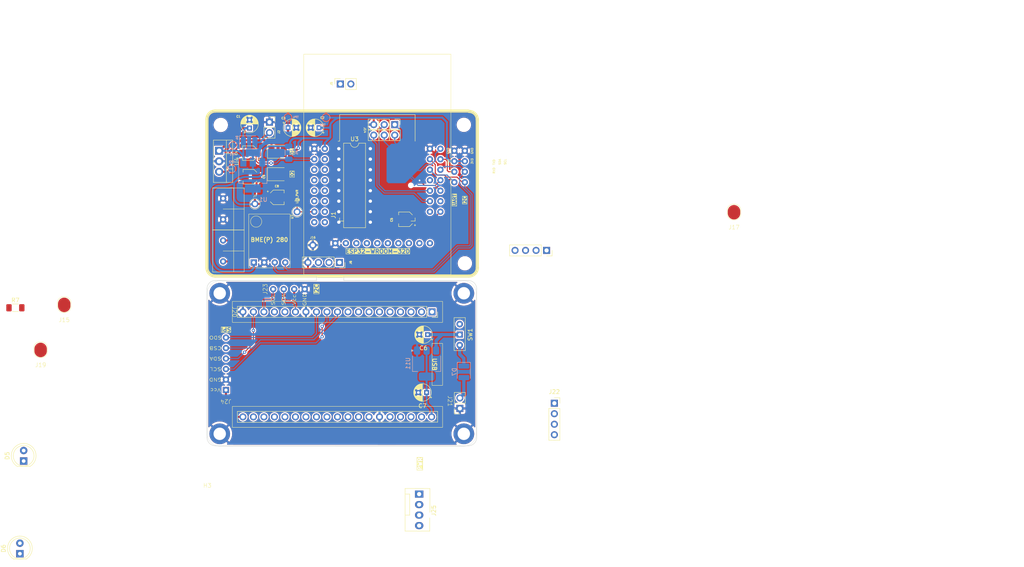
<source format=kicad_pcb>
(kicad_pcb (version 20240108) (generator "pcbnew") (generator_version "8.0")
  (layers (0 "F.Cu" signal) (31 "B.Cu" signal) (34 "B.Paste" user) (35 "F.Paste" user) (36 "B.SilkS" user "B.Silkscreen") (37 "F.SilkS" user "F.Silkscreen") (38 "B.Mask" user) (39 "F.Mask" user) (44 "Edge.Cuts" user))
  (net 0 "")
  (net 1 "GND")
  (net 2 "+3V3")
  (net 3 "+5V")
  (net 4 "/RXD")
  (net 5 "/TXD")
  (net 6 "/SDA")
  (net 7 "/GPIO_33")
  (net 8 "/SCL")
  (net 9 "/OUT3")
  (net 10 "/EN")
  (net 11 "/SOURCE2")
  (net 12 "/SOURCE1")
  (net 13 "/SOURCE3")
  (net 14 "/VDC")
  (net 15 "/DAC1")
  (net 16 "/DAC2")
  (net 17 "/GPIO39")
  (net 18 "/GPIO19")
  (net 19 "/GPIO17")
  (net 20 "/GPIO5")
  (net 21 "/GPIO18")
  (net 22 "/SD_DATA0")
  (net 23 "/ADC2_CH3")
  (net 24 "/SD_DATA3")
  (net 25 "/SD_CMD")
  (net 26 "/SD_CLK")
  (net 27 "/SD_DATA2")
  (net 28 "/SD_DATA1")
  (net 29 "/ADC2_CH0")
  (net 30 "/GPIO23")
  (net 31 "/GPIO36")
  (net 32 "/ADC2_CH2")
  (net 33 "/BOOT")
  (net 34 "/GPIO13")
  (net 35 "/SOURCE4")
  (net 36 "/SOURCE5")
  (net 37 "/SIPO_DATA")
  (net 38 "/SIPO_CLK")
  (net 39 "/SIPO_LATCH")
  (net 40 "/GPIO14")
  (net 41 "/OUT1")
  (net 42 "/VIN")
  (net 43 "Net-(D5-Pad1)")
  (net 44 "Net-(J15-Pin_1)")
  (net 45 "Net-(J19-Pin_1)")
  (net 46 "/OUT2")
  (net 58 "/ESP32-WROOM-32U Node/VIN")
  (net 63 "/ESP32-WROOM-32U Node/VDC")
  (net 74 "/ESP32-WROOM-32U Node/SPI-SDO")
  (net 75 "/ESP32-WROOM-32U Node/TX")
  (net 76 "Net-(D7-A)")
  (net 77 "/ESP32-WROOM-32U Node/SDA-2")
  (net 78 "/ESP32-WROOM-32U Node/SPI-CSB")
  (net 79 "/ESP32-WROOM-32U Node/SPI-SCL")
  (net 80 "/ESP32-WROOM-32U Node/SCL-2")
  (net 81 "/ESP32-WROOM-32U Node/RX")
  (net 82 "/I5")
  (net 83 "/ESP32-WROOM-32U Node/SPI-SDA")
  (net 85 "/ESP32-WROOM-32U Node/12V")
  (net 89 "/I3")
  (net 90 "/I6")
  (net 91 "/I7")
  (net 92 "/I1")
  (footprint "Capacitor_THT:CP_Radial_D4.0mm_P2.00mm" (layer "F.Cu") (at 107 44.2 180)
    (property "Reference" "C2")
    (property "Value" "1uF")
  )
  (footprint "LED_SMD:LED_1210_3225Metric_Pad1.42x2.65mm_HandSolder" (layer "F.Cu") (at 97 55.45)
    (property "Reference" "D2")
    (property "Value" "STATUS")
  )
  (footprint "Alexander Footprint Library:Board_65-40" (layer "F.Cu") (at 80 131.25)
    (property "Reference" "H3")
    (property "Value" "Project_Box_Board_65x40")
    (fp_line (start 0 -13) (end 0 -47) (stroke (width 0.05)) (layer "Edge.Cuts"))
    (fp_line (start 3 -50) (end 62 -50) (stroke (width 0.05)) (layer "Edge.Cuts"))
    (fp_line (start 62 -10) (end 3 -10) (stroke (width 0.05)) (layer "Edge.Cuts"))
    (fp_line (start 65 -47) (end 65 -13) (stroke (width 0.05)) (layer "Edge.Cuts"))
    (fp_arc (start 0 -47) (mid 0.87868 -49.12132) (end 3 -50) (stroke (width 0.05)) (layer "Edge.Cuts"))
    (fp_arc (start 3 -10) (mid 0.87868 -10.87868) (end 0 -13) (stroke (width 0.05)) (layer "Edge.Cuts"))
    (fp_arc (start 62 -50) (mid 64.12132 -49.12132) (end 65 -47) (stroke (width 0.05)) (layer "Edge.Cuts"))
    (fp_arc (start 65 -13) (mid 64.12132 -10.87868) (end 62 -10) (stroke (width 0.05)) (layer "Edge.Cuts"))
  )
  (footprint "Capacitor_SMD:CP_Elec_3x5.3" (layer "F.Cu") (at 90.3 50.35 180)
    (property "Reference" "C4")
    (property "Value" "0.1uF")
  )
  (footprint "Resistor_SMD:R_1206_3216Metric_Pad1.30x1.75mm_HandSolder" (layer "F.Cu") (at 33.612 87.7585)
    (property "Reference" "R7")
    (property "Value" "4K7")
  )
  (footprint "LED_THT:LED_D5.0mm" (layer "F.Cu") (at 34.7 147.25 90)
    (property "Reference" "D6")
    (property "Value" "LED_STATUS")
  )
  (footprint "Connector_PinSocket_2.54mm:PinSocket_1x04_P2.54mm_Vertical" (layer "F.Cu") (at 163.88 110.85)
    (property "Reference" "J22")
    (property "Value" "PWR_SATA_Conn_01x04")
  )
  (footprint "Alexander Footprint Library:Pad_1x01_P2.54_SMD" (layer "F.Cu") (at 39.712 102.098)
    (property "Reference" "J19")
    (property "Value" "LED_PWR")
  )
  (footprint "Alexanddr Footprints Library:ESP32-WROOM-Adapter-Socket-2" (layer "F.Cu") (at 121.1 56.9025)
    (property "Reference" "J1")
    (property "Value" "~")
  )
  (footprint "Alexander Footprint Library:Pad_1x01_P2.54_SMD" (layer "F.Cu") (at 45.412 91.198)
    (property "Reference" "J15")
    (property "Value" "LED_PWR")
  )
  (footprint "MountingHole:MountingHole_3mm" (layer "F.Cu") (at 142 43.5)
    (property "Reference" "H1" (hide yes))
    (property "Value" "MountingHole_Pad")
  )
  (footprint "MountingHole:MountingHole_3mm" (layer "F.Cu") (at 83.25 43.53)
    (property "Reference" "H2" (hide yes))
    (property "Value" "MountingHole_Pad")
  )
  (footprint "Alexander Footprints Library:Conn_Terminal_5mm" (layer "F.Cu") (at 83.82 53.69)
    (property "Reference" "J9" (hide yes))
    (property "Value" "Conn_01x02_Socket")
  )
  (footprint "Alexander Footprint Library:Pad_1x01_P2.54_SMD" (layer "F.Cu") (at 207.3 68.7895)
    (property "Reference" "J17")
    (property "Value" "GND")
  )
  (footprint "Connector:FanPinHeader_1x04_P2.54mm_Vertical" (layer "F.Cu") (at 131.2 132.83 -90)
    (property "Reference" "J25")
    (property "Value" "Conn_01x04_Pin")
  )
  (footprint "Capacitor_SMD:CP_Elec_3x5.3" (layer "F.Cu") (at 90.4 56.05 180)
    (property "Reference" "C9")
    (property "Value" "0.1uF")
  )
  (footprint "Capacitor_THT:CP_Radial_D4.0mm_P2.00mm" (layer "F.Cu") (at 133.25 94.25 180)
    (property "Reference" "C6")
    (property "Value" "1uF")
  )
  (footprint "Alexander Footprint Library:PinSocket_1x01_P2.54" (layer "F.Cu") (at 91.5 65.19)
    (property "Reference" "J7")
    (property "Value" "LED_PWR")
  )
  (footprint "Alexander Footprint Library:Conn_SPI" (layer "F.Cu") (at 84.5 112.74 180)
    (property "Reference" "J24")
    (property "Value" "~")
  )
  (footprint "Connector_PinSocket_2.54mm:PinSocket_1x02_P2.54mm_Vertical" (layer "F.Cu") (at 95.025 42.85)
    (property "Reference" "J2")
    (property "Value" "PWR")
  )
  (footprint "Connector_PinSocket_2.54mm:PinSocket_1x04_P2.54mm_Vertical" (layer "F.Cu") (at 111.94 76.8 -90)
    (property "Reference" "J6")
    (property "Value" "SOURCE")
  )
  (footprint "Package_DIP:DIP-16_W7.62mm" (layer "F.Cu") (at 111.78 49.27)
    (property "Reference" "U3")
    (property "Value" "ULN2003")
  )
  (footprint "Connector_PinSocket_2.54mm:PinSocket_1x04_P2.54mm_Vertical" (layer "F.Cu") (at 162 73.875 -90)
    (property "Reference" "J10" (hide yes))
    (property "Value" "ADC")
  )
  (footprint "Capacitor_SMD:CP_Elec_3x5.3" (layer "F.Cu") (at 128 66.35 180)
    (property "Reference" "C5")
    (property "Value" "0.1uF")
  )
  (footprint "Alexander Footprint Library:PinSocket_1x02_P2.54" (layer "F.Cu") (at 142.25 107 180)
    (property "Reference" "J21")
    (property "Value" "PWR")
  )
  (footprint "Capacitor_THT:CP_Radial_D4.0mm_P2.00mm" (layer "F.Cu") (at 99.5 44.2)
    (property "Reference" "C3")
    (property "Value" "1uF")
  )
  (footprint "Alexander Footprint Library:Conn_ESP32_WROOM-DevKit-38pins" (layer "F.Cu") (at 86.06 88.75 -90)
    (property "Reference" "J20")
    (property "Value" "~")
  )
  (footprint "Capacitor_SMD:CP_Elec_3x5.3" (layer "F.Cu") (at 96.8 61.05)
    (property "Reference" "C8")
    (property "Value" "10uF")
  )
  (footprint "Alexander Footprint Library:PinSocket_1x01_P2.54" (layer "F.Cu") (at 101.7 67.12)
    (property "Reference" "J18")
    (property "Value" "LED_PWR")
  )
  (footprint "Alexander Footprint Library:Conn_I2C" (layer "F.Cu") (at 111.16 83.25 -90)
    (property "Reference" "J23")
    (property "Value" "I2C")
  )
  (footprint "Connector_PinSocket_2.54mm:PinSocket_1x02_P2.54mm_Vertical" (layer "F.Cu") (at 112.15 33.625 90)
    (property "Reference" "J5")
    (property "Value" "DAC")
  )
  (footprint "Alexander Footprint Library:CONN_2x3" (layer "F.Cu") (at 130.38 43.45 -90)
    (property "Reference" "J14")
    (property "Value" "GPIO")
  )
  (footprint "Alexander Footprints Library:Conn_UART" (layer "F.Cu") (at 139.7 42.15)
    (property "Reference" "J3" (hide yes))
    (property "Value" "UART")
  )
  (footprint "Alexander Footprint Library:SW_Slide-03_7.3x2.5x2.5_P2.54mm" (layer "F.Cu") (at 141 94.25 -90)
    (property "Reference" "SW1")
    (property "Value" "SW_SPDT")
  )
  (footprint "Alexander Footprint Library:PinSocket_1x01_P2.54" (layer "F.Cu") (at 105.5 75.19)
    (property "Reference" "J16")
    (property "Value" "GND")
  )
  (footprint "Capacitor_THT:CP_Radial_D4.0mm_P2.00mm" (layer "F.Cu") (at 90.2 44.3 90)
    (property "Reference" "C1")
    (property "Value" "1uF")
  )
  (footprint "Alexander Footprint Library:BME280_BMP280_I2C" (layer "F.Cu") (at 90 78.1 90)
    (property "Reference" "U7")
    (property "Value" "BME(P)280")
  )
  (footprint "Capacitor_THT:CP_Radial_D4.0mm_P2.00mm" (layer "F.Cu") (at 133 108.25 180)
    (property "Reference" "C7")
    (property "Value" "1uF")
  )
  (footprint "Alexander Footprint Library:LD1117" (layer "F.Cu") (at 82.855 49.77 -90)
    (property "Reference" "U4")
    (property "Value" "L7805")
  )
  (footprint "Alexander Footprints Library:Conn_I2C" (layer "F.Cu") (at 142.24 42.15)
    (property "Reference" "J4" (hide yes))
    (property "Value" "I2C")
  )
  (footprint "LED_THT:LED_D5.0mm" (layer "F.Cu") (at 35.612 124.8335 90)
    (property "Reference" "D5")
    (property "Value" "LED_PWR")
  )
  (footprint "LED_SMD:LED_1210_3225Metric_Pad1.42x2.65mm_HandSolder" (layer "F.Cu") (at 97 50)
    (property "Reference" "D1")
    (property "Value" "PWR")
  )
  (footprint "MountingHole:MountingHole_3mm" (layer "F.Cu") (at 142.25 77)
    (property "Reference" "H4" (hide yes))
    (property "Value" "MountingHole_Pad")
  )
  (footprint "Alexander Footprints Library:Conn_Terminal_5mm" (layer "F.Cu") (at 83.82 63.85)
    (property "Reference" "J8" (hide yes))
    (property "Value" "Conn_01x02_Socket")
  )
  (footprint "TestPoint:TestPoint_Pad_D1.5mm" (layer "B.Cu") (at 99.5 41.75 180)
    (property "Reference" "TP4")
    (property "Value" "5V")
  )
  (footprint "TestPoint:TestPoint_Pad_D1.5mm" (layer "B.Cu") (at 108.7 41.75 180)
    (property "Reference" "TP3")
    (property "Value" "3V3")
  )
  (footprint "Diode_SMD:D_1210_3225Metric" (layer "B.Cu") (at 142 103.25 -90)
    (property "Reference" "D7")
    (property "Value" "D")
  )
  (footprint "Resistor_SMD:R_1206_3216Metric_Pad1.30x1.75mm_HandSolder" (layer "B.Cu") (at 99.7 50.25 -90)
    (property "Reference" "R1")
    (property "Value" "10K")
  )
  (footprint "Diode_SMD:D_1210_3225Metric" (layer "B.Cu") (at 90.1 47.75)
    (property "Reference" "D4")
    (property "Value" "D")
  )
  (footprint "TestPoint:TestPoint_Pad_D1.5mm" (layer "B.Cu") (at 86.2 48.45 180)
    (property "Reference" "TP1")
    (property "Value" "VIN")
  )
  (footprint "TestPoint:TestPoint_Pad_D1.5mm" (layer "B.Cu") (at 85.9 54.15 180)
    (property "Reference" "TP2")
    (property "Value" "GND")
  )
  (footprint "Package_TO_SOT_SMD:SOT-223-3_TabPin2" (layer "B.Cu") (at 91 55.75 -90)
    (property "Reference" "U1")
    (property "Value" "AMS1117-3V3")
  )
  (footprint "Package_TO_SOT_SMD:SOT-223-3_TabPin2" (layer "B.Cu") (at 133 101.25 -90)
    (property "Reference" "U11")
    (property "Value" "AMS1117-5.0")
  )
  (gr_line (start 145.25 42.11421) (end 145.25 78.085782) (stroke (width 0.75)) (layer "F.SilkS"))
  (gr_line (start 81.914218 40.164218) (end 143.08579 40.164218) (stroke (width 0.75)) (layer "F.SilkS"))
  (gr_arc (start 145.25 78.085782) (mid 144.66422 79.500007) (end 143.25 80.085782) (stroke (width 0.75)) (layer "F.SilkS"))
  (gr_line (start 79.914218 42.11421) (end 79.914218 78.085782) (stroke (width 0.75)) (layer "F.SilkS"))
  (gr_arc (start 81.914218 80.085782) (mid 80.499999 79.500001) (end 79.914218 78.085782) (stroke (width 0.75)) (layer "F.SilkS"))
  (gr_arc (start 143.25 40.25) (mid 144.664214 40.835786) (end 145.25 42.25) (stroke (width 0.75)) (layer "F.SilkS"))
  (gr_arc (start 79.914218 42.164218) (mid 80.499999 40.749999) (end 81.914218 40.164218) (stroke (width 0.75)) (layer "F.SilkS"))
  (gr_line (start 81.914214 80.085782) (end 143.085786 80.085782) (stroke (width 0.75)) (layer "F.SilkS"))
  (gr_line (start 82.014214 80.235786) (end 106.4 80.25) (stroke (width 0.1)) (layer "Edge.Cuts"))
  (gr_line (start 80 42.25) (end 80.014214 78.235786) (stroke (width 0.1)) (layer "Edge.Cuts"))
  (gr_arc (start 79.921321 83.157107) (mid 80.507106 81.742896) (end 81.921321 81.157107) (stroke (width 0.1)) (layer "Edge.Cuts"))
  (gr_line (start 81.921321 121.128679) (end 143.107107 121.142893) (stroke (width 0.1)) (layer "Edge.Cuts"))
  (gr_arc (start 81.921321 121.128679) (mid 80.507101 120.542899) (end 79.921321 119.128679) (stroke (width 0.1)) (layer "Edge.Cuts"))
  (gr_line (start 143.092893 81.157107) (end 113 81.15) (stroke (width 0.1)) (layer "Edge.Cuts"))
  (gr_arc (start 145.107107 119.142893) (mid 144.521321 120.557107) (end 143.107107 121.142893) (stroke (width 0.1)) (layer "Edge.Cuts"))
  (gr_line (start 106.4 81.15) (end 81.921321 81.157107) (stroke (width 0.1)) (layer "Edge.Cuts"))
  (gr_arc (start 143.185786 40.264214) (mid 144.600004 40.849996) (end 145.185786 42.264214) (stroke (width 0.1)) (layer "Edge.Cuts"))
  (gr_line (start 113 80.25) (end 143.185786 80.235786) (stroke (width 0.1)) (layer "Edge.Cuts"))
  (gr_arc (start 82.014214 80.235786) (mid 80.599996 79.650004) (end 80.014214 78.235786) (stroke (width 0.1)) (layer "Edge.Cuts"))
  (gr_line (start 145.185786 42.264214) (end 145.185786 78.235786) (stroke (width 0.1)) (layer "Edge.Cuts"))
  (gr_arc (start 80 42.25) (mid 80.585786 40.835786) (end 82 40.25) (stroke (width 0.1)) (layer "Edge.Cuts"))
  (gr_line (start 145.107107 119.142893) (end 145.092893 83.157107) (stroke (width 0.1)) (layer "Edge.Cuts"))
  (gr_line (start 79.921321 119.128679) (end 79.921321 83.157107) (stroke (width 0.1)) (layer "Edge.Cuts"))
  (gr_line (start 106.4 81.15) (end 106.4 80.25) (stroke (width 0.1)) (layer "Edge.Cuts"))
  (gr_arc (start 145.185786 78.235786) (mid 144.600004 79.650004) (end 143.185786 80.235786) (stroke (width 0.1)) (layer "Edge.Cuts"))
  (gr_arc (start 143.092893 81.157107) (mid 144.507112 81.742888) (end 145.092893 83.157107) (stroke (width 0.1)) (layer "Edge.Cuts"))
  (gr_line (start 113 81.15) (end 113 80.25) (stroke (width 0.1)) (layer "Edge.Cuts"))
  (gr_line (start 143.185786 40.264214) (end 82 40.25) (stroke (width 0.1)) (layer "Edge.Cuts"))
  (gr_text "PWR" (at 132 127.25 90) (layer "F.SilkS" knockout) (effects (font (size 1 1) (thickness 0.25) (bold yes)) (justify left bottom)))
  (segment (start 84.21 66) (end 83.82 66.39) (width 0.5) (layer "F.Cu") (net 1))
  (segment (start 95.5 54.8625) (end 95.5125 54.85) (width 0.25) (layer "F.Cu") (net 1))
  (segment (start 95.5 55.4625) (end 95.5125 55.45) (width 0.25) (layer "F.Cu") (net 1))
  (segment (start 91.5 59.65) (end 91.9 59.25) (width 0.5) (layer "F.Cu") (net 2))
  (segment (start 101.15 50) (end 102 49.15) (width 0.5) (layer "F.Cu") (net 2))
  (segment (start 84.5 107.66) (end 84.5 112.25) (width 0.5) (layer "F.Cu") (net 2))
  (segment (start 87.75 85.75) (end 100 85.75) (width 0.5) (layer "F.Cu") (net 2))
  (segment (start 94.63 62.62) (end 91.5 62.62) (width 0.5) (layer "F.Cu") (net 2))
  (segment (start 101 84.75) (end 101 83.25) (width 0.5) (layer "F.Cu") (net 2))
  (segment (start 88.6 114.15) (end 86.4 114.15) (width 0.5) (layer "F.Cu") (net 2))
  (segment (start 84.5 112.25) (end 85.25 113) (width 0.5) (layer "F.Cu") (net 2))
  (segment (start 91.9 59.25) (end 91.9 56.05) (width 0.5) (layer "F.Cu") (net 2))
  (segment (start 98.4875 50) (end 101.15 50) (width 0.5) (layer "F.Cu") (net 2))
  (segment (start 95.3 61.05) (end 95.3 61.95) (width 0.5) (layer "F.Cu") (net 2))
  (segment (start 95.3 61.95) (end 94.63 62.62) (width 0.5) (layer "F.Cu") (net 2))
  (segment (start 82.25 110) (end 82.25 91.25) (width 0.5) (layer "F.Cu") (net 2))
  (segment (start 91.5 62.62) (end 91.5 59.65) (width 0.5) (layer "F.Cu") (net 2))
  (segment (start 82.25 91.25) (end 87.75 85.75) (width 0.5) (layer "F.Cu") (net 2))
  (segment (start 86.4 114.15) (end 85.25 113) (width 0.5) (layer "F.Cu") (net 2))
  (segment (start 100 85.75) (end 101 84.75) (width 0.5) (layer "F.Cu") (net 2))
  (segment (start 85.25 113) (end 82.25 110) (width 0.5) (layer "F.Cu") (net 2))
  (via (at 102 49.15) (size 0.8) (drill 0.4) (layers "F.Cu" "B.Cu") (net 2))
  (segment (start 96.075 48.7) (end 97.525 48.7) (width 0.5) (layer "B.Cu") (net 2))
  (segment (start 108.4 49.2825) (end 108.4 47.85) (width 0.5) (layer "B.Cu") (net 2))
  (segment (start 109.408578 44.2) (end 107 44.2) (width 0.5) (layer "B.Cu") (net 2))
  (segment (start 109.5 46.75) (end 109.75 46.5) (width 0.5) (layer "B.Cu") (net 2))
  (segment (start 81.3 75.997918) (end 81.3 59.75104) (width 0.5) (layer "B.Cu") (net 2))
  (segment (start 93.3 54.905025) (end 93.3 52.6) (width 0.5) (layer "B.Cu") (net 2))
  (segment (start 100 48.7) (end 100 48.03033) (width 0.5) (layer "B.Cu") (net 2))
  (segment (start 137.9 51.55) (end 138.66 52.31) (width 0.5) (layer "B.Cu") (net 2))
  (segment (start 84.202081 78.9) (end 89.990883 78.9) (width 0.5) (layer "B.Cu") (net 2))
  (segment (start 109.75 45) (end 109.75 44.141421) (width 0.5) (layer "B.Cu") (net 2))
  (segment (start 103 46.75) (end 101.28033 46.75) (width 0.5) (layer "B.Cu") (net 2))
  (segment (start 109.75 43.858578) (end 109.75 44.141421) (width 0.5) (layer "B.Cu") (net 2))
  (segment (start 138.66 52.31) (end 139.7 52.31) (width 0.5) (layer "B.Cu") (net 2))
  (segment (start 139.7 52.31) (end 142.24 52.31) (width 0.5) (layer "B.Cu") (net 2))
  (segment (start 129.1 41.75) (end 136.8 41.75) (width 0.5) (layer "B.Cu") (net 2))
  (segment (start 112.31066 41.75) (end 129.1 41.75) (width 0.5) (layer "B.Cu") (net 2))
  (segment (start 88.207106 62.75) (end 91.5 62.75) (width 0.5) (layer "B.Cu") (net 2))
  (segment (start 86.5 61.042893) (end 86.5 57.5) (width 0.5) (layer "B.Cu") (net 2))
  (segment (start 103 46.75) (end 109.5 46.75) (width 0.5) (layer "B.Cu") (net 2))
  (segment (start 137.9 42.85) (end 137.9 51.55) (width 0.5) (layer "B.Cu") (net 2))
  (segment (start 91.22 77.670883) (end 91.22 76.8) (width 0.5) (layer "B.Cu") (net 2))
  (segment (start 89.455634 56.1) (end 92.105025 56.1) (width 0.5) (layer "B.Cu") (net 2))
  (segment (start 96.075 48.7) (end 95.177817 48.7) (width 0.5) (layer "B.Cu") (net 2))
  (segment (start 136.8 41.75) (end 137.9 42.85) (width 0.5) (layer "B.Cu") (net 2))
  (segment (start 108.4 47.85) (end 109.75 46.5) (width 0.5) (layer "B.Cu") (net 2))
  (segment (start 109.75 46.5) (end 109.75 45) (width 0.5) (layer "B.Cu") (net 2))
  (segment (start 110.015165 42.984834) (end 110.5 42.5) (width 0.5) (layer "B.Cu") (net 2))
  (segment (start 102 47.75) (end 103 46.75) (width 0.5) (layer "B.Cu") (net 2))
  (segment (start 109.75 43.858578) (end 109.75 43.625) (width 0.5) (layer "B.Cu") (net 2))
  (segment (start 93.3 52.6) (end 93.3 50.577817) (width 0.5) (layer "B.Cu") (net 2))
  (segment (start 82.75104 58.3) (end 84.144365 58.3) (width 0.5) (layer "B.Cu") (net 2))
  (segment (start 102 49.15) (end 102 47.75) (width 0.5) (layer "B.Cu") (net 2))
  (segment (start 129.3 41.75) (end 129.1 41.75) (width 0.5) (layer "B.Cu") (net 2))
  (segment (start 108.7 41.75) (end 112.31066 41.75) (width 0.5) (layer "B.Cu") (net 2))
  (segment (start 100 48.7) (end 97.525 48.7) (width 0.5) (layer "B.Cu") (net 2))
  (arc (start 93.3 54.905025) (mid 93.209037 55.362322) (end 92.95 55.75) (width 0.5) (layer "B.Cu") (net 2))
  (arc (start 86.8 57.2) (mid 85.581584 58.014119) (end 84.144365 58.3) (width 0.5) (layer "B.Cu") (net 2))
  (arc (start 89.455634 56.1) (mid 88.018415 56.38588) (end 86.8 57.2) (width 0.5) (layer "B.Cu") (net 2))
  (arc (start 86.5 61.042893) (mid 86.629945 61.696174) (end 87 62.25) (width 0.5) (layer "B.Cu") (net 2))
  (arc (start 82.75104 58.3) (mid 82.195751 58.410453) (end 81.725 58.725) (width 0.5) (layer "B.Cu") (net 2))
  (arc (start 92.95 55.75) (mid 92.562322 56.009037) (end 92.105025 56.1) (width 0.5) (layer "B.Cu") (net 2))
  (arc (start 109.75 43.625) (mid 109.818914 43.278544) (end 110.015165 42.984834) (width 0.5) (layer "B.Cu") (net 2))
  (arc (start 95.177817 48.7) (mid 94.459207 48.84294) (end 93.85 49.25) (width 0.5) (layer "B.Cu") (net 2))
  (arc (start 82.15 78.05) (mid 83.091502 78.679092) (end 84.202081 78.9) (width 0.5) (layer "B.Cu") (net 2))
  (arc (start 109.75 44.141421) (mid 109.713838 44.087301) (end 109.65 44.1) (width 0.5) (layer "B.Cu") (net 2))
  (arc (start 93.85 49.25) (mid 93.44294 49.859207) (end 93.3 50.577817) (width 0.5) (layer "B.Cu") (net 2))
  (arc (start 90.86 78.54) (mid 90.461245 78.806439) (end 89.990883 78.9) (width 0.5) (layer "B.Cu") (net 2))
  (arc (start 109.65 44.1) (mid 109.539234 44.17401) (end 109.408578 44.2) (width 0.5) (layer "B.Cu") (net 2))
  (arc (start 87 62.25) (mid 87.553825 62.620054) (end 88.207106 62.75) (width 0.5) (layer "B.Cu") (net 2))
  (arc (start 81.725 58.725) (mid 81.410453 59.195751) (end 81.3 59.75104) (width 0.5) (layer "B.Cu") (net 2))
  (arc (start 101.28033 46.75) (mid 100.790368 46.847459) (end 100.375 47.125) (width 0.5) (layer "B.Cu") (net 2))
  (arc (start 91.22 77.670883) (mid 91.126439 78.141245) (end 90.86 78.54) (width 0.5) (layer "B.Cu") (net 2))
  (arc (start 110.5 42.5) (mid 111.330737 41.944918) (end 112.31066 41.75) (width 0.5) (layer "B.Cu") (net 2))
  (arc (start 109.65 44.1) (mid 109.72401 43.989234) (end 109.75 43.858578) (width 0.5) (layer "B.Cu") (net 2))
  (arc (start 100.375 47.125) (mid 100.097459 47.540368) (end 100 48.03033) (width 0.5) (layer "B.Cu") (net 2))
  (arc (start 81.3 75.997918) (mid 81.520907 77.108496) (end 82.15 78.05) (width 0.5) (layer "B.Cu") (net 2))
  (segment (start 99.5 45.693413) (end 99.5 44.2) (width 0.5) (layer "F.Cu") (net 3))
  (segment (start 98.6375 46.9625) (end 99.2125 46.3875) (width 0.5) (layer "F.Cu") (net 3))
  (segment (start 88.1 47.25) (end 97.943413 47.25) (width 0.5) (layer "F.Cu") (net 3))
  (segment (start 84.9 54.85) (end 85.4 54.35) (width 0.5) (layer "F.Cu") (net 3))
  (segment (start 85.4 54.35) (end 85.4 49.95) (width 0.5) (layer "F.Cu") (net 3))
  (segment (start 82.855 54.85) (end 84.9 54.85) (width 0.5) (layer "F.Cu") (net 3))
  (segment (start 85.4 49.95) (end 88.1 47.25) (width 0.5) (layer "F.Cu") (net 3))
  (arc (start 97.943413 47.25) (mid 98.31905 47.175281) (end 98.6375 46.9625) (width 0.5) (layer "F.Cu") (net 3))
  (arc (start 99.5 45.693413) (mid 99.425281 46.06905) (end 99.2125 46.3875) (width 0.5) (layer "F.Cu") (net 3))
  (segment (start 133 98.1) (end 133 104.4) (width 0.5) (layer "B.Cu") (net 3))
  (segment (start 133 108.25) (end 133 104.4) (width 0.5) (layer "B.Cu") (net 3))
  (segment (start 133 111) (end 133 108.25) (width 0.5) (layer "B.Cu") (net 3))
  (segment (start 134.21 114.15) (end 134.21 112.21) (width 0.5) (layer "B.Cu") (net 3))
  (segment (start 134.21 112.21) (end 133 111) (width 0.5) (layer "B.Cu") (net 3))
  (segment (start 99.5 42.25) (end 99.5 44.2) (width 0.25) (layer "B.Cu") (net 3))
  (segment (start 139.7 57.35) (end 139.7 57.39) (width 0.25) (layer "F.Cu") (net 4))
  (segment (start 140.3 57.45) (end 139.3 57.45) (width 0.25) (layer "F.Cu") (net 4))
  (segment (start 139.04 57.39) (end 139.7 57.39) (width 0.25) (layer "F.Cu") (net 4))
  (segment (start 137.96 55.65) (end 139.7 57.39) (width 0.25) (layer "B.Cu") (net 4))
  (segment (start 133.8 54.3625) (end 135.0875 55.65) (width 0.25) (layer "B.Cu") (net 4))
  (segment (start 135.0875 55.65) (end 137.96 55.65) (width 0.25) (layer "B.Cu") (net 4))
  (segment (start 138 52.25) (end 137.5725 51.8225) (width 0.25) (layer "F.Cu") (net 5))
  (segment (start 139.7 54.85) (end 138.3 54.85) (width 0.25) (layer "F.Cu") (net 5))
  (segment (start 137.5725 51.8225) (end 136.34 51.8225) (width 0.25) (layer "F.Cu") (net 5))
  (segment (start 138 54.55) (end 138 52.25) (width 0.25) (layer "F.Cu") (net 5))
  (segment (start 138.3 54.85) (end 138 54.55) (width 0.25) (layer "F.Cu") (net 5))
  (segment (start 139.7 54.85) (end 139.5 54.85) (width 0.25) (layer "F.Cu") (net 5))
  (segment (start 142.24 54.85) (end 142.24 55.51) (width 0.25) (layer "F.Cu") (net 6))
  (segment (start 98.84 76.8) (end 98.84 78.09) (width 0.25) (layer "B.Cu") (net 6))
  (segment (start 141 57.95) (end 141 56.09) (width 0.25) (layer "B.Cu") (net 6))
  (segment (start 140.990501 53.600501) (end 142.24 54.85) (width 0.25) (layer "B.Cu") (net 6))
  (segment (start 136.34 54.3625) (end 137.101999 53.600501) (width 0.25) (layer "B.Cu") (net 6))
  (segment (start 143.281802 72.781802) (end 143.55 72.513604) (width 0.25) (layer "B.Cu") (net 6))
  (segment (start 99.4 78.65) (end 130.7 78.65) (width 0.25) (layer "B.Cu") (net 6))
  (segment (start 130.7 78.65) (end 134.55 78.65) (width 0.25) (layer "B.Cu") (net 6))
  (segment (start 143.55 72.513604) (end 143.55 60.5) (width 0.25) (layer "B.Cu") (net 6))
  (segment (start 143.55 60.5) (end 141 57.95) (width 0.25) (layer "B.Cu") (net 6))
  (segment (start 140.418198 72.781802) (end 143.281802 72.781802) (width 0.25) (layer "B.Cu") (net 6))
  (segment (start 98.84 78.09) (end 99.4 78.65) (width 0.25) (layer "B.Cu") (net 6))
  (segment (start 141 56.09) (end 142.24 54.85) (width 0.25) (layer "B.Cu") (net 6))
  (segment (start 137.101999 53.600501) (end 140.990501 53.600501) (width 0.25) (layer "B.Cu") (net 6))
  (segment (start 134.55 78.65) (end 140.418198 72.781802) (width 0.25) (layer "B.Cu") (net 6))
  (segment (start 135.1 55.15) (end 135.6 55.65) (width 0.25) (layer "F.Cu") (net 8))
  (segment (start 133.8 51.8225) (end 135.1 53.1225) (width 0.25) (layer "F.Cu") (net 8))
  (segment (start 141.603604 57.39) (end 142.24 57.39) (width 0.25) (layer "F.Cu") (net 8))
  (segment (start 137.3 55.65) (end 137.8 56.15) (width 0.25) (layer "F.Cu") (net 8))
  (segment (start 135.1 53.1225) (end 135.1 55.15) (width 0.25) (layer "F.Cu") (net 8))
  (segment (start 135.6 55.65) (end 137.3 55.65) (width 0.25) (layer "F.Cu") (net 8))
  (segment (start 140.363604 56.15) (end 141.603604 57.39) (width 0.25) (layer "F.Cu") (net 8))
  (segment (start 137.8 56.15) (end 140.363604 56.15) (width 0.25) (layer "F.Cu") (net 8))
  (segment (start 142.24 58.553604) (end 142.24 57.39) (width 0.25) (layer "B.Cu") (net 8))
  (segment (start 144 72.7) (end 144 60.313604) (width 0.25) (layer "B.Cu") (net 8))
  (segment (start 134.8 79.1) (end 140.6 73.3) (width 0.25) (layer "B.Cu") (net 8))
  (segment (start 140.6 73.3) (end 143.4 73.3) (width 0.25) (layer "B.Cu") (net 8))
  (segment (start 96.3 76.8) (end 96.3 78.45) (width 0.25) (layer "B.Cu") (net 8))
  (segment (start 143.4 73.3) (end 144 72.7) (width 0.25) (layer "B.Cu") (net 8))
  (segment (start 96.3 78.45) (end 96.95 79.1) (width 0.25) (layer "B.Cu") (net 8))
  (segment (start 144 60.313604) (end 142.24 58.553604) (width 0.25) (layer "B.Cu") (net 8))
  (segment (start 96.95 79.1) (end 134.8 79.1) (width 0.25) (layer "B.Cu") (net 8))
  (segment (start 92.3 52.75) (end 91.8 52.25) (width 0.25) (layer "F.Cu") (net 10))
  (segment (start 91.8 52.25) (end 91.8 50.35) (width 0.25) (layer "F.Cu") (net 10))
  (segment (start 95.4 52.75) (end 92.3 52.75) (width 0.25) (layer "F.Cu") (net 10))
  (via (at 95.4 52.75) (size 0.8) (drill 0.4) (layers "F.Cu" "B.Cu") (net 10))
  (segment (start 95.4 52.75) (end 96.7 52.75) (width 0.25) (layer "B.Cu") (net 10))
  (segment (start 101.4 51.8) (end 101.45 51.8) (width 0.25) (layer "B.Cu") (net 10))
  (segment (start 105.86 51.8225) (end 101.4225 51.8225) (width 0.25) (layer "B.Cu") (net 10))
  (segment (start 99.7 51.8) (end 101.4 51.8) (width 0.25) (layer "B.Cu") (net 10))
  (segment (start 97.65 51.8) (end 99.7 51.8) (width 0.25) (layer "B.Cu") (net 10))
  (segment (start 101.4225 51.8225) (end 101.4 51.8) (width 0.25) (layer "B.Cu") (net 10))
  (segment (start 96.7 52.75) (end 97.65 51.8) (width 0.25) (layer "B.Cu") (net 10))
  (segment (start 86.37 71.47) (end 88 73.1) (width 0.5) (layer "F.Cu") (net 11))
  (segment (start 88 73.1) (end 99 73.1) (width 0.5) (layer "F.Cu") (net 11))
  (segment (start 83.82 71.47) (end 86.37 71.47) (width 0.5) (layer "F.Cu") (net 11))
  (segment (start 86.275 76.55) (end 88.075 74.75) (width 0.5) (layer "F.Cu") (net 12))
  (segment (start 83.82 76.55) (end 86.275 76.55) (width 0.5) (layer "F.Cu") (net 12))
  (segment (start 88.075 74.75) (end 99.75 74.75) (width 0.5) (layer "F.Cu") (net 12))
  (segment (start 95.025 45.425) (end 92.7 47.75) (width 0.5) (layer "B.Cu") (net 14))
  (segment (start 92.7 47.75) (end 91.5 47.75) (width 0.5) (layer "B.Cu") (net 14))
  (segment (start 95.025 45.39) (end 95.025 45.425) (width 0.5) (layer "B.Cu") (net 14))
  (segment (start 131.3 56.95) (end 132.5 58.15) (width 0.25) (layer "F.Cu") (net 18))
  (segment (start 135.0925 58.15) (end 136.34 56.9025) (width 0.25) (layer "F.Cu") (net 18))
  (segment (start 132.5 58.15) (end 135.0925 58.15) (width 0.25) (layer "F.Cu") (net 18))
  (via (at 131.3 56.95) (size 0.8) (drill 0.4) (layers "F.Cu" "B.Cu") (net 18))
  (segment (start 127.25 49.7) (end 125.3 47.75) (width 0.25) (layer "B.Cu") (net 18))
  (segment (start 131.3 56.95) (end 130.363604 56.95) (width 0.25) (layer "B.Cu") (net 18))
  (segment (start 130.363604 56.95) (end 127.25 53.836396) (width 0.25) (layer "B.Cu") (net 18))
  (segment (start 125.3 47.75) (end 125.3 45.99) (width 0.25) (layer "B.Cu") (net 18))
  (segment (start 127.25 53.836396) (end 127.25 49.7) (width 0.25) (layer "B.Cu") (net 18))
  (segment (start 131.9825 61.9825) (end 130 60) (width 0.25) (layer "B.Cu") (net 19))
  (segment (start 133.8 61.9825) (end 131.9825 61.9825) (width 0.25) (layer "B.Cu") (net 19))
  (segment (start 120.22 47.37) (end 120.22 45.99) (width 0.25) (layer "B.Cu") (net 19))
  (segment (start 130 60) (end 122.75 60) (width 0.25) (layer "B.Cu") (net 19))
  (segment (start 121 58.25) (end 121 48.15) (width 0.25) (layer "B.Cu") (net 19))
  (segment (start 121 48.15) (end 120.22 47.37) (width 0.25) (layer "B.Cu") (net 19))
  (segment (start 122.75 60) (end 121 58.25) (width 0.25) (layer "B.Cu") (net 19))
  (segment (start 135.0475 58.15) (end 136.34 59.4425) (width 0.25) (layer "B.Cu") (net 20))
  (segment (start 122.76 47.55) (end 126.8 51.59) (width 0.25) (layer "B.Cu") (net 20))
  (segment (start 130.927208 58.15) (end 135.0475 58.15) (width 0.25) (layer "B.Cu") (net 20))
  (segment (start 126.8 51.59) (end 126.8 54.022792) (width 0.25) (layer "B.Cu") (net 20))
  (segment (start 126.8 54.022792) (end 130.927208 58.15) (width 0.25) (layer "B.Cu") (net 20))
  (segment (start 122.76 45.99) (end 122.76 47.55) (width 0.25) (layer "B.Cu") (net 20))
  (segment (start 122.9425 59.4425) (end 121.5 58) (width 0.25) (layer "B.Cu") (net 21))
  (segment (start 121.5 58) (end 121.5 44.71) (width 0.25) (layer "B.Cu") (net 21))
  (segment (start 133.8 59.4425) (end 122.9425 59.4425) (width 0.25) (layer "B.Cu") (net 21))
  (segment (start 121.5 44.71) (end 122.76 43.45) (width 0.25) (layer "B.Cu") (net 21))
  (segment (start 127.7 53.65) (end 128.6 54.55) (width 0.25) (layer "B.Cu") (net 30))
  (segment (start 131.5 54.55) (end 132.9 53.15) (width 0.25) (layer "B.Cu") (net 30))
  (segment (start 132.9 53.15) (end 134.1 53.15) (width 0.25) (layer "B.Cu") (net 30))
  (segment (start 135.1 50.5225) (end 136.34 49.2825) (width 0.25) (layer "B.Cu") (net 30))
  (segment (start 128.6 54.55) (end 131.5 54.55) (width 0.25) (layer "B.Cu") (net 30))
  (segment (start 126.7 44.85) (end 126.7 48.45) (width 0.25) (layer "B.Cu") (net 30))
  (segment (start 134.1 53.15) (end 135.1 52.15) (width 0.25) (layer "B.Cu") (net 30))
  (segment (start 127.7 49.45) (end 127.7 53.65) (width 0.25) (layer "B.Cu") (net 30))
  (segment (start 126.7 48.45) (end 127.7 49.45) (width 0.25) (layer "B.Cu") (net 30))
  (segment (start 125.3 43.45) (end 126.7 44.85) (width 0.25) (layer "B.Cu") (net 30))
  (segment (start 135.1 52.15) (end 135.1 50.5225) (width 0.25) (layer "B.Cu") (net 30))
  (segment (start 129.5 66.35) (end 134.5125 66.35) (width 0.25) (layer "F.Cu") (net 33))
  (segment (start 134.5125 66.35) (end 136.34 64.5225) (width 0.25) (layer "F.Cu") (net 33))
  (segment (start 101.7 56.05) (end 101.1 55.45) (width 0.25) (layer "F.Cu") (net 40))
  (segment (start 101.7 64.55) (end 105.8325 64.55) (width 0.25) (layer "F.Cu") (net 40))
  (segment (start 105.8325 64.55) (end 105.86 64.5225) (width 0.25) (layer "F.Cu") (net 40))
  (segment (start 101.1 55.45) (end 98.4875 55.45) (width 0.25) (layer "F.Cu") (net 40))
  (segment (start 101.7 64.55) (end 101.7 56.05) (width 0.25) (layer "F.Cu") (net 40))
  (segment (start 82.98 49.77) (end 82.855 49.77) (width 0.5) (layer "F.Cu") (net 42))
  (segment (start 90.2 44.3) (end 88.45 44.3) (width 0.5) (layer "F.Cu") (net 42))
  (segment (start 88.45 44.3) (end 82.98 49.77) (width 0.5) (layer "F.Cu") (net 42))
  (segment (start 88.7 50.546446) (end 88.7 51.253553) (width 0.5) (layer "B.Cu") (net 42))
  (segment (start 88.7 45.153553) (end 88.7 47.4) (width 0.5) (layer "B.Cu") (net 42))
  (segment (start 86.2 49.11) (end 86.2 48.45) (width 0.25) (layer "B.Cu") (net 42))
  (segment (start 88.45 50.65) (end 88.2 50.4) (width 0.5) (layer "B.Cu") (net 42))
  (segment (start 88.7 50.546446) (end 88.7 47.4) (width 0.5) (layer "B.Cu") (net 42))
  (segment (start 88.45 50.65) (end 88.054368 50.254368) (width 0.5) (layer "B.Cu") (net 42))
  (segment (start 89.553553 44.3) (end 90.2 44.3) (width 0.5) (layer "B.Cu") (net 42))
  (segment (start 88.7 51.253553) (end 88.7 52.6) (width 0.5) (layer "B.Cu") (net 42))
  (segment (start 86.86 49.77) (end 85.54 49.77) (width 0.5) (layer "B.Cu") (net 42))
  (segment (start 86.885 49.77) (end 86.86 49.77) (width 0.5) (layer "B.Cu") (net 42))
  (segment (start 85.54 49.77) (end 82.855 49.77) (width 0.5) (layer "B.Cu") (net 42))
  (arc (start 89.553553 44.3) (mid 89.226912 44.364972) (end 88.95 44.55) (width 0.5) (layer "B.Cu") (net 42))
  (arc (start 86.2 49.11) (mid 86.393309 49.57669) (end 86.86 49.77) (width 0.25) (layer "B.Cu") (net 42))
  (arc (start 88.7 51.253553) (mid 88.635027 50.926912) (end 88.45 50.65) (width 0.5) (layer "B.Cu") (net 42))
  (arc (start 88.45 50.65) (mid 88.45 50.65) (end 88.45 50.65) (width 0.5) (layer "B.Cu") (net 42))
  (arc (start 88.45 50.65) (mid 88.609596 50.681745) (end 88.7 50.546446) (width 0.5) (layer "B.Cu") (net 42))
  (arc (start 88.054368 50.254368) (mid 87.517857 49.895883) (end 86.885 49.77) (width 0.5) (layer "B.Cu") (net 42))
  (arc (start 88.95 44.55) (mid 88.764972 44.826912) (end 88.7 45.153553) (width 0.5) (layer "B.Cu") (net 42))
  (segment (start 141 94.25) (end 136.75 94.25) (width 0.8) (layer "B.Cu") (net 58))
  (segment (start 136.75 94.25) (end 133.25 94.25) (width 0.8) (layer "B.Cu") (net 58))
  (segment (start 135.3 98.1) (end 135.3 95.7) (width 0.8) (layer "B.Cu") (net 58))
  (segment (start 135.3 95.7) (end 136.75 94.25) (width 0.8) (layer "B.Cu") (net 58))
  (segment (start 141 99) (end 142 100) (width 0.8) (layer "B.Cu") (net 63))
  (segment (start 142 100) (end 142 101.85) (width 0.8) (layer "B.Cu") (net 63))
  (segment (start 141 96.79) (end 141 99) (width 0.8) (layer "B.Cu") (net 63))
  (segment (start 105.415 94.96) (end 106.38 93.995) (width 0.25) (layer "B.Cu") (net 74))
  (segment (start 106.38 93.995) (end 106.38 88.75) (width 0.25) (layer "B.Cu") (net 74))
  (segment (start 84.5 94.96) (end 105.415 94.96) (width 0.25) (layer "B.Cu") (net 74))
  (segment (start 141.04 109.57) (end 142 108.61) (width 0.8) (layer "B.Cu") (net 76))
  (segment (start 142 108.61) (end 142 104.65) (width 0.8) (layer "B.Cu") (net 76))
  (segment (start 101.3 86.8) (end 100.75 86.25) (width 0.25) (layer "B.Cu") (net 77))
  (segment (start 99 86.25) (end 98.46 85.71) (width 0.25) (layer "B.Cu") (net 77))
  (segment (start 98.46 85.71) (end 98.46 83.25) (width 0.25) (layer "B.Cu") (net 77))
  (segment (start 100.75 86.25) (end 99 86.25) (width 0.25) (layer "B.Cu") (net 77))
  (segment (start 101.3 88.75) (end 101.3 86.8) (width 0.25) (layer "B.Cu") (net 77))
  (segment (start 90.863604 97.5) (end 92.863604 95.5) (width 0.25) (layer "B.Cu") (net 78))
  (segment (start 92.863604 95.5) (end 105.75 95.5) (width 0.25) (layer "B.Cu") (net 78))
  (segment (start 105.75 95.5) (end 111.46 89.79) (width 0.25) (layer "B.Cu") (net 78))
  (segment (start 84.5 97.5) (end 90.863604 97.5) (width 0.25) (layer "B.Cu") (net 78))
  (segment (start 111.46 89.79) (end 111.46 88.75) (width 0.25) (layer "B.Cu") (net 78))
  (segment (start 107.75 92.25) (end 107.75 94.75) (width 0.25) (layer "F.Cu") (net 79))
  (via (at 107.75 92.25) (size 0.8) (drill 0.4) (layers "F.Cu" "B.Cu") (net 79))
  (via (at 107.75 94.75) (size 0.8) (drill 0.4) (layers "F.Cu" "B.Cu") (net 79))
  (segment (start 86.42 102.58) (end 92.75 96.25) (width 0.25) (layer "B.Cu") (net 79))
  (segment (start 106.25 96.25) (end 107.75 94.75) (width 0.25) (layer "B.Cu") (net 79))
  (segment (start 108.92 88.75) (end 108.92 91.08) (width 0.25) (layer "B.Cu") (net 79))
  (segment (start 92.75 96.25) (end 106.25 96.25) (width 0.25) (layer "B.Cu") (net 79))
  (segment (start 84.5 102.58) (end 86.42 102.58) (width 0.25) (layer "B.Cu") (net 79))
  (segment (start 108.92 91.08) (end 107.75 92.25) (width 0.25) (layer "B.Cu") (net 79))
  (segment (start 94 85.75) (end 95.25 85.75) (width 0.25) (layer "B.Cu") (net 80))
  (segment (start 93.68 86.07) (end 94 85.75) (width 0.25) (layer "B.Cu") (net 80))
  (segment (start 95.25 85.75) (end 95.92 85.08) (width 0.25) (layer "B.Cu") (net 80))
  (segment (start 93.68 88.75) (end 93.68 86.07) (width 0.25) (layer "B.Cu") (net 80))
  (segment (start 95.92 85.08) (end 95.92 83.25) (width 0.25) (layer "B.Cu") (net 80))
  (segment (start 91.14 93.25) (end 91.14 96.36) (width 0.25) (layer "F.Cu") (net 83))
  (segment (start 91.14 96.36) (end 89 98.5) (width 0.25) (layer "F.Cu") (net 83))
  (via (at 91.14 93.25) (size 0.8) (drill 0.4) (layers "F.Cu" "B.Cu") (net 83))
  (via (at 89 98.5) (size 0.8) (drill 0.4) (layers "F.Cu" "B.Cu") (net 83))
  (segment (start 87.46 100.04) (end 84.5 100.04) (width 0.25) (layer "B.Cu") (net 83))
  (segment (start 91.14 93.25) (end 91.14 88.75) (width 0.25) (layer "B.Cu") (net 83))
  (segment (start 89 98.5) (end 87.46 100.04) (width 0.25) (layer "B.Cu") (net 83))
  (zone (net 1) (net_name "GND") (layer "F.Cu") (priority 1) (connect_pads (clearance 0)) (min_thickness 0.25) (fill yes (thermal_gap 0.5) (thermal_bridge_width 0.5))
    (polygon (pts (xy 80 40.25) (xy 80.3 80.35) (xy 145.55 80.35) (xy 145.25 40.25)))
  )
  (zone (net 1) (net_name "GND") (layer "F.Cu") (priority 2) (connect_pads (clearance 0)) (min_thickness 0.25) (fill yes (thermal_gap 0.5) (thermal_bridge_width 0.5))
    (polygon (pts (xy 79.8 121.45) (xy 145.7 121.45) (xy 145.2 80.95) (xy 79.5 80.95)))
  )
  (zone (net 1) (net_name "GND") (layer "B.Cu") (connect_pads (clearance 0)) (min_thickness 0.25) (fill yes (thermal_gap 0.5) (thermal_bridge_width 0.5))
    (polygon (pts (xy 80 40.25) (xy 145.2 40.25) (xy 145.4 80.45) (xy 80.2 80.45)))
  )
  (zone (net 1) (net_name "GND") (layer "B.Cu") (priority 3) (connect_pads (clearance 0)) (min_thickness 0.25) (fill yes (thermal_gap 0.5) (thermal_bridge_width 0.5))
    (polygon (pts (xy 145.6 121.45) (xy 145.2 80.95) (xy 79.5 80.95) (xy 79.7 121.45)))
  )
)
</source>
